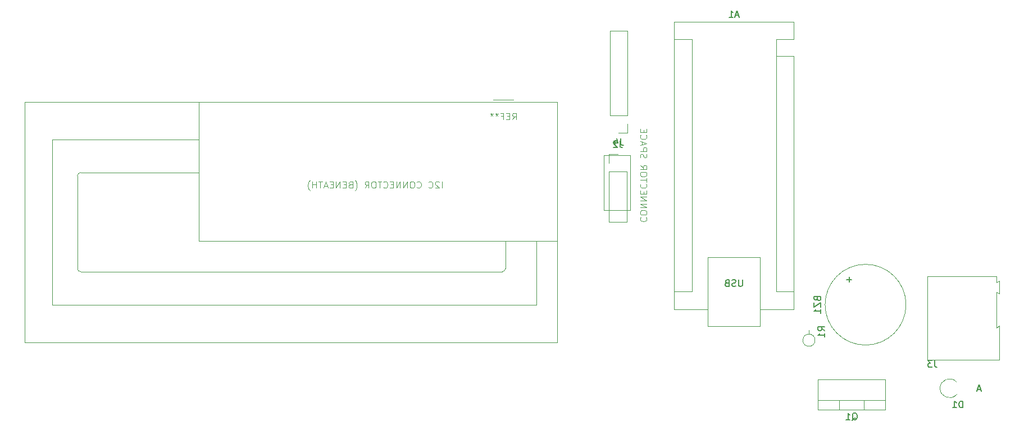
<source format=gbr>
%TF.GenerationSoftware,KiCad,Pcbnew,7.0.7-7.0.7~ubuntu22.04.1*%
%TF.CreationDate,2023-09-29T12:11:11-06:00*%
%TF.ProjectId,ph_meter,70685f6d-6574-4657-922e-6b696361645f,1.3*%
%TF.SameCoordinates,Original*%
%TF.FileFunction,Legend,Bot*%
%TF.FilePolarity,Positive*%
%FSLAX46Y46*%
G04 Gerber Fmt 4.6, Leading zero omitted, Abs format (unit mm)*
G04 Created by KiCad (PCBNEW 7.0.7-7.0.7~ubuntu22.04.1) date 2023-09-29 12:11:11*
%MOMM*%
%LPD*%
G01*
G04 APERTURE LIST*
%ADD10C,0.150000*%
%ADD11C,0.100000*%
%ADD12C,0.120000*%
G04 APERTURE END LIST*
D10*
X183504819Y-113553333D02*
X183028628Y-113220000D01*
X183504819Y-112981905D02*
X182504819Y-112981905D01*
X182504819Y-112981905D02*
X182504819Y-113362857D01*
X182504819Y-113362857D02*
X182552438Y-113458095D01*
X182552438Y-113458095D02*
X182600057Y-113505714D01*
X182600057Y-113505714D02*
X182695295Y-113553333D01*
X182695295Y-113553333D02*
X182838152Y-113553333D01*
X182838152Y-113553333D02*
X182933390Y-113505714D01*
X182933390Y-113505714D02*
X182981009Y-113458095D01*
X182981009Y-113458095D02*
X183028628Y-113362857D01*
X183028628Y-113362857D02*
X183028628Y-112981905D01*
X183504819Y-114505714D02*
X183504819Y-113934286D01*
X183504819Y-114220000D02*
X182504819Y-114220000D01*
X182504819Y-114220000D02*
X182647676Y-114124762D01*
X182647676Y-114124762D02*
X182742914Y-114029524D01*
X182742914Y-114029524D02*
X182790533Y-113934286D01*
X152783333Y-84544819D02*
X152783333Y-85259104D01*
X152783333Y-85259104D02*
X152830952Y-85401961D01*
X152830952Y-85401961D02*
X152926190Y-85497200D01*
X152926190Y-85497200D02*
X153069047Y-85544819D01*
X153069047Y-85544819D02*
X153164285Y-85544819D01*
X151878571Y-84878152D02*
X151878571Y-85544819D01*
X152116666Y-84497200D02*
X152354761Y-85211485D01*
X152354761Y-85211485D02*
X151735714Y-85211485D01*
X170544285Y-65919104D02*
X170068095Y-65919104D01*
X170639523Y-66204819D02*
X170306190Y-65204819D01*
X170306190Y-65204819D02*
X169972857Y-66204819D01*
X169115714Y-66204819D02*
X169687142Y-66204819D01*
X169401428Y-66204819D02*
X169401428Y-65204819D01*
X169401428Y-65204819D02*
X169496666Y-65347676D01*
X169496666Y-65347676D02*
X169591904Y-65442914D01*
X169591904Y-65442914D02*
X169687142Y-65490533D01*
X171091904Y-105844819D02*
X171091904Y-106654342D01*
X171091904Y-106654342D02*
X171044285Y-106749580D01*
X171044285Y-106749580D02*
X170996666Y-106797200D01*
X170996666Y-106797200D02*
X170901428Y-106844819D01*
X170901428Y-106844819D02*
X170710952Y-106844819D01*
X170710952Y-106844819D02*
X170615714Y-106797200D01*
X170615714Y-106797200D02*
X170568095Y-106749580D01*
X170568095Y-106749580D02*
X170520476Y-106654342D01*
X170520476Y-106654342D02*
X170520476Y-105844819D01*
X170091904Y-106797200D02*
X169949047Y-106844819D01*
X169949047Y-106844819D02*
X169710952Y-106844819D01*
X169710952Y-106844819D02*
X169615714Y-106797200D01*
X169615714Y-106797200D02*
X169568095Y-106749580D01*
X169568095Y-106749580D02*
X169520476Y-106654342D01*
X169520476Y-106654342D02*
X169520476Y-106559104D01*
X169520476Y-106559104D02*
X169568095Y-106463866D01*
X169568095Y-106463866D02*
X169615714Y-106416247D01*
X169615714Y-106416247D02*
X169710952Y-106368628D01*
X169710952Y-106368628D02*
X169901428Y-106321009D01*
X169901428Y-106321009D02*
X169996666Y-106273390D01*
X169996666Y-106273390D02*
X170044285Y-106225771D01*
X170044285Y-106225771D02*
X170091904Y-106130533D01*
X170091904Y-106130533D02*
X170091904Y-106035295D01*
X170091904Y-106035295D02*
X170044285Y-105940057D01*
X170044285Y-105940057D02*
X169996666Y-105892438D01*
X169996666Y-105892438D02*
X169901428Y-105844819D01*
X169901428Y-105844819D02*
X169663333Y-105844819D01*
X169663333Y-105844819D02*
X169520476Y-105892438D01*
X168758571Y-106321009D02*
X168615714Y-106368628D01*
X168615714Y-106368628D02*
X168568095Y-106416247D01*
X168568095Y-106416247D02*
X168520476Y-106511485D01*
X168520476Y-106511485D02*
X168520476Y-106654342D01*
X168520476Y-106654342D02*
X168568095Y-106749580D01*
X168568095Y-106749580D02*
X168615714Y-106797200D01*
X168615714Y-106797200D02*
X168710952Y-106844819D01*
X168710952Y-106844819D02*
X169091904Y-106844819D01*
X169091904Y-106844819D02*
X169091904Y-105844819D01*
X169091904Y-105844819D02*
X168758571Y-105844819D01*
X168758571Y-105844819D02*
X168663333Y-105892438D01*
X168663333Y-105892438D02*
X168615714Y-105940057D01*
X168615714Y-105940057D02*
X168568095Y-106035295D01*
X168568095Y-106035295D02*
X168568095Y-106130533D01*
X168568095Y-106130533D02*
X168615714Y-106225771D01*
X168615714Y-106225771D02*
X168663333Y-106273390D01*
X168663333Y-106273390D02*
X168758571Y-106321009D01*
X168758571Y-106321009D02*
X169091904Y-106321009D01*
X204318094Y-125174819D02*
X204318094Y-124174819D01*
X204318094Y-124174819D02*
X204079999Y-124174819D01*
X204079999Y-124174819D02*
X203937142Y-124222438D01*
X203937142Y-124222438D02*
X203841904Y-124317676D01*
X203841904Y-124317676D02*
X203794285Y-124412914D01*
X203794285Y-124412914D02*
X203746666Y-124603390D01*
X203746666Y-124603390D02*
X203746666Y-124746247D01*
X203746666Y-124746247D02*
X203794285Y-124936723D01*
X203794285Y-124936723D02*
X203841904Y-125031961D01*
X203841904Y-125031961D02*
X203937142Y-125127200D01*
X203937142Y-125127200D02*
X204079999Y-125174819D01*
X204079999Y-125174819D02*
X204318094Y-125174819D01*
X202794285Y-125174819D02*
X203365713Y-125174819D01*
X203079999Y-125174819D02*
X203079999Y-124174819D01*
X203079999Y-124174819D02*
X203175237Y-124317676D01*
X203175237Y-124317676D02*
X203270475Y-124412914D01*
X203270475Y-124412914D02*
X203365713Y-124460533D01*
X206988094Y-122419104D02*
X206511904Y-122419104D01*
X207083332Y-122704819D02*
X206749999Y-121704819D01*
X206749999Y-121704819D02*
X206416666Y-122704819D01*
X152658333Y-84884819D02*
X152658333Y-85599104D01*
X152658333Y-85599104D02*
X152705952Y-85741961D01*
X152705952Y-85741961D02*
X152801190Y-85837200D01*
X152801190Y-85837200D02*
X152944047Y-85884819D01*
X152944047Y-85884819D02*
X153039285Y-85884819D01*
X152229761Y-84980057D02*
X152182142Y-84932438D01*
X152182142Y-84932438D02*
X152086904Y-84884819D01*
X152086904Y-84884819D02*
X151848809Y-84884819D01*
X151848809Y-84884819D02*
X151753571Y-84932438D01*
X151753571Y-84932438D02*
X151705952Y-84980057D01*
X151705952Y-84980057D02*
X151658333Y-85075295D01*
X151658333Y-85075295D02*
X151658333Y-85170533D01*
X151658333Y-85170533D02*
X151705952Y-85313390D01*
X151705952Y-85313390D02*
X152277380Y-85884819D01*
X152277380Y-85884819D02*
X151658333Y-85884819D01*
X182389649Y-108739047D02*
X182437268Y-108881904D01*
X182437268Y-108881904D02*
X182484887Y-108929523D01*
X182484887Y-108929523D02*
X182580125Y-108977142D01*
X182580125Y-108977142D02*
X182722982Y-108977142D01*
X182722982Y-108977142D02*
X182818220Y-108929523D01*
X182818220Y-108929523D02*
X182865840Y-108881904D01*
X182865840Y-108881904D02*
X182913459Y-108786666D01*
X182913459Y-108786666D02*
X182913459Y-108405714D01*
X182913459Y-108405714D02*
X181913459Y-108405714D01*
X181913459Y-108405714D02*
X181913459Y-108739047D01*
X181913459Y-108739047D02*
X181961078Y-108834285D01*
X181961078Y-108834285D02*
X182008697Y-108881904D01*
X182008697Y-108881904D02*
X182103935Y-108929523D01*
X182103935Y-108929523D02*
X182199173Y-108929523D01*
X182199173Y-108929523D02*
X182294411Y-108881904D01*
X182294411Y-108881904D02*
X182342030Y-108834285D01*
X182342030Y-108834285D02*
X182389649Y-108739047D01*
X182389649Y-108739047D02*
X182389649Y-108405714D01*
X181913459Y-109310476D02*
X181913459Y-109977142D01*
X181913459Y-109977142D02*
X182913459Y-109310476D01*
X182913459Y-109310476D02*
X182913459Y-109977142D01*
X182913459Y-110881904D02*
X182913459Y-110310476D01*
X182913459Y-110596190D02*
X181913459Y-110596190D01*
X181913459Y-110596190D02*
X182056316Y-110500952D01*
X182056316Y-110500952D02*
X182151554Y-110405714D01*
X182151554Y-110405714D02*
X182199173Y-110310476D01*
X187192506Y-105429048D02*
X187192506Y-106190953D01*
X187573459Y-105810000D02*
X186811554Y-105810000D01*
X200071973Y-118064819D02*
X200071973Y-118779104D01*
X200071973Y-118779104D02*
X200119592Y-118921961D01*
X200119592Y-118921961D02*
X200214830Y-119017200D01*
X200214830Y-119017200D02*
X200357687Y-119064819D01*
X200357687Y-119064819D02*
X200452925Y-119064819D01*
X199691020Y-118064819D02*
X199071973Y-118064819D01*
X199071973Y-118064819D02*
X199405306Y-118445771D01*
X199405306Y-118445771D02*
X199262449Y-118445771D01*
X199262449Y-118445771D02*
X199167211Y-118493390D01*
X199167211Y-118493390D02*
X199119592Y-118541009D01*
X199119592Y-118541009D02*
X199071973Y-118636247D01*
X199071973Y-118636247D02*
X199071973Y-118874342D01*
X199071973Y-118874342D02*
X199119592Y-118969580D01*
X199119592Y-118969580D02*
X199167211Y-119017200D01*
X199167211Y-119017200D02*
X199262449Y-119064819D01*
X199262449Y-119064819D02*
X199548163Y-119064819D01*
X199548163Y-119064819D02*
X199643401Y-119017200D01*
X199643401Y-119017200D02*
X199691020Y-118969580D01*
D11*
X136408333Y-81657419D02*
X136741666Y-81181228D01*
X136979761Y-81657419D02*
X136979761Y-80657419D01*
X136979761Y-80657419D02*
X136598809Y-80657419D01*
X136598809Y-80657419D02*
X136503571Y-80705038D01*
X136503571Y-80705038D02*
X136455952Y-80752657D01*
X136455952Y-80752657D02*
X136408333Y-80847895D01*
X136408333Y-80847895D02*
X136408333Y-80990752D01*
X136408333Y-80990752D02*
X136455952Y-81085990D01*
X136455952Y-81085990D02*
X136503571Y-81133609D01*
X136503571Y-81133609D02*
X136598809Y-81181228D01*
X136598809Y-81181228D02*
X136979761Y-81181228D01*
X135979761Y-81133609D02*
X135646428Y-81133609D01*
X135503571Y-81657419D02*
X135979761Y-81657419D01*
X135979761Y-81657419D02*
X135979761Y-80657419D01*
X135979761Y-80657419D02*
X135503571Y-80657419D01*
X134741666Y-81133609D02*
X135074999Y-81133609D01*
X135074999Y-81657419D02*
X135074999Y-80657419D01*
X135074999Y-80657419D02*
X134598809Y-80657419D01*
X134074999Y-80657419D02*
X134074999Y-80895514D01*
X134313094Y-80800276D02*
X134074999Y-80895514D01*
X134074999Y-80895514D02*
X133836904Y-80800276D01*
X134217856Y-81085990D02*
X134074999Y-80895514D01*
X134074999Y-80895514D02*
X133932142Y-81085990D01*
X133313094Y-80657419D02*
X133313094Y-80895514D01*
X133551189Y-80800276D02*
X133313094Y-80895514D01*
X133313094Y-80895514D02*
X133074999Y-80800276D01*
X133455951Y-81085990D02*
X133313094Y-80895514D01*
X133313094Y-80895514D02*
X133170237Y-81085990D01*
X155770219Y-96420287D02*
X155722600Y-96467906D01*
X155722600Y-96467906D02*
X155674980Y-96610763D01*
X155674980Y-96610763D02*
X155674980Y-96706001D01*
X155674980Y-96706001D02*
X155722600Y-96848858D01*
X155722600Y-96848858D02*
X155817838Y-96944096D01*
X155817838Y-96944096D02*
X155913076Y-96991715D01*
X155913076Y-96991715D02*
X156103552Y-97039334D01*
X156103552Y-97039334D02*
X156246409Y-97039334D01*
X156246409Y-97039334D02*
X156436885Y-96991715D01*
X156436885Y-96991715D02*
X156532123Y-96944096D01*
X156532123Y-96944096D02*
X156627361Y-96848858D01*
X156627361Y-96848858D02*
X156674980Y-96706001D01*
X156674980Y-96706001D02*
X156674980Y-96610763D01*
X156674980Y-96610763D02*
X156627361Y-96467906D01*
X156627361Y-96467906D02*
X156579742Y-96420287D01*
X156674980Y-95801239D02*
X156674980Y-95610763D01*
X156674980Y-95610763D02*
X156627361Y-95515525D01*
X156627361Y-95515525D02*
X156532123Y-95420287D01*
X156532123Y-95420287D02*
X156341647Y-95372668D01*
X156341647Y-95372668D02*
X156008314Y-95372668D01*
X156008314Y-95372668D02*
X155817838Y-95420287D01*
X155817838Y-95420287D02*
X155722600Y-95515525D01*
X155722600Y-95515525D02*
X155674980Y-95610763D01*
X155674980Y-95610763D02*
X155674980Y-95801239D01*
X155674980Y-95801239D02*
X155722600Y-95896477D01*
X155722600Y-95896477D02*
X155817838Y-95991715D01*
X155817838Y-95991715D02*
X156008314Y-96039334D01*
X156008314Y-96039334D02*
X156341647Y-96039334D01*
X156341647Y-96039334D02*
X156532123Y-95991715D01*
X156532123Y-95991715D02*
X156627361Y-95896477D01*
X156627361Y-95896477D02*
X156674980Y-95801239D01*
X155674980Y-94944096D02*
X156674980Y-94944096D01*
X156674980Y-94944096D02*
X155674980Y-94372668D01*
X155674980Y-94372668D02*
X156674980Y-94372668D01*
X155674980Y-93896477D02*
X156674980Y-93896477D01*
X156674980Y-93896477D02*
X155674980Y-93325049D01*
X155674980Y-93325049D02*
X156674980Y-93325049D01*
X156198790Y-92848858D02*
X156198790Y-92515525D01*
X155674980Y-92372668D02*
X155674980Y-92848858D01*
X155674980Y-92848858D02*
X156674980Y-92848858D01*
X156674980Y-92848858D02*
X156674980Y-92372668D01*
X155770219Y-91372668D02*
X155722600Y-91420287D01*
X155722600Y-91420287D02*
X155674980Y-91563144D01*
X155674980Y-91563144D02*
X155674980Y-91658382D01*
X155674980Y-91658382D02*
X155722600Y-91801239D01*
X155722600Y-91801239D02*
X155817838Y-91896477D01*
X155817838Y-91896477D02*
X155913076Y-91944096D01*
X155913076Y-91944096D02*
X156103552Y-91991715D01*
X156103552Y-91991715D02*
X156246409Y-91991715D01*
X156246409Y-91991715D02*
X156436885Y-91944096D01*
X156436885Y-91944096D02*
X156532123Y-91896477D01*
X156532123Y-91896477D02*
X156627361Y-91801239D01*
X156627361Y-91801239D02*
X156674980Y-91658382D01*
X156674980Y-91658382D02*
X156674980Y-91563144D01*
X156674980Y-91563144D02*
X156627361Y-91420287D01*
X156627361Y-91420287D02*
X156579742Y-91372668D01*
X156674980Y-91086953D02*
X156674980Y-90515525D01*
X155674980Y-90801239D02*
X156674980Y-90801239D01*
X156674980Y-89991715D02*
X156674980Y-89801239D01*
X156674980Y-89801239D02*
X156627361Y-89706001D01*
X156627361Y-89706001D02*
X156532123Y-89610763D01*
X156532123Y-89610763D02*
X156341647Y-89563144D01*
X156341647Y-89563144D02*
X156008314Y-89563144D01*
X156008314Y-89563144D02*
X155817838Y-89610763D01*
X155817838Y-89610763D02*
X155722600Y-89706001D01*
X155722600Y-89706001D02*
X155674980Y-89801239D01*
X155674980Y-89801239D02*
X155674980Y-89991715D01*
X155674980Y-89991715D02*
X155722600Y-90086953D01*
X155722600Y-90086953D02*
X155817838Y-90182191D01*
X155817838Y-90182191D02*
X156008314Y-90229810D01*
X156008314Y-90229810D02*
X156341647Y-90229810D01*
X156341647Y-90229810D02*
X156532123Y-90182191D01*
X156532123Y-90182191D02*
X156627361Y-90086953D01*
X156627361Y-90086953D02*
X156674980Y-89991715D01*
X155674980Y-88563144D02*
X156151171Y-88896477D01*
X155674980Y-89134572D02*
X156674980Y-89134572D01*
X156674980Y-89134572D02*
X156674980Y-88753620D01*
X156674980Y-88753620D02*
X156627361Y-88658382D01*
X156627361Y-88658382D02*
X156579742Y-88610763D01*
X156579742Y-88610763D02*
X156484504Y-88563144D01*
X156484504Y-88563144D02*
X156341647Y-88563144D01*
X156341647Y-88563144D02*
X156246409Y-88610763D01*
X156246409Y-88610763D02*
X156198790Y-88658382D01*
X156198790Y-88658382D02*
X156151171Y-88753620D01*
X156151171Y-88753620D02*
X156151171Y-89134572D01*
X155722600Y-87420286D02*
X155674980Y-87277429D01*
X155674980Y-87277429D02*
X155674980Y-87039334D01*
X155674980Y-87039334D02*
X155722600Y-86944096D01*
X155722600Y-86944096D02*
X155770219Y-86896477D01*
X155770219Y-86896477D02*
X155865457Y-86848858D01*
X155865457Y-86848858D02*
X155960695Y-86848858D01*
X155960695Y-86848858D02*
X156055933Y-86896477D01*
X156055933Y-86896477D02*
X156103552Y-86944096D01*
X156103552Y-86944096D02*
X156151171Y-87039334D01*
X156151171Y-87039334D02*
X156198790Y-87229810D01*
X156198790Y-87229810D02*
X156246409Y-87325048D01*
X156246409Y-87325048D02*
X156294028Y-87372667D01*
X156294028Y-87372667D02*
X156389266Y-87420286D01*
X156389266Y-87420286D02*
X156484504Y-87420286D01*
X156484504Y-87420286D02*
X156579742Y-87372667D01*
X156579742Y-87372667D02*
X156627361Y-87325048D01*
X156627361Y-87325048D02*
X156674980Y-87229810D01*
X156674980Y-87229810D02*
X156674980Y-86991715D01*
X156674980Y-86991715D02*
X156627361Y-86848858D01*
X155674980Y-86420286D02*
X156674980Y-86420286D01*
X156674980Y-86420286D02*
X156674980Y-86039334D01*
X156674980Y-86039334D02*
X156627361Y-85944096D01*
X156627361Y-85944096D02*
X156579742Y-85896477D01*
X156579742Y-85896477D02*
X156484504Y-85848858D01*
X156484504Y-85848858D02*
X156341647Y-85848858D01*
X156341647Y-85848858D02*
X156246409Y-85896477D01*
X156246409Y-85896477D02*
X156198790Y-85944096D01*
X156198790Y-85944096D02*
X156151171Y-86039334D01*
X156151171Y-86039334D02*
X156151171Y-86420286D01*
X155960695Y-85467905D02*
X155960695Y-84991715D01*
X155674980Y-85563143D02*
X156674980Y-85229810D01*
X156674980Y-85229810D02*
X155674980Y-84896477D01*
X155770219Y-83991715D02*
X155722600Y-84039334D01*
X155722600Y-84039334D02*
X155674980Y-84182191D01*
X155674980Y-84182191D02*
X155674980Y-84277429D01*
X155674980Y-84277429D02*
X155722600Y-84420286D01*
X155722600Y-84420286D02*
X155817838Y-84515524D01*
X155817838Y-84515524D02*
X155913076Y-84563143D01*
X155913076Y-84563143D02*
X156103552Y-84610762D01*
X156103552Y-84610762D02*
X156246409Y-84610762D01*
X156246409Y-84610762D02*
X156436885Y-84563143D01*
X156436885Y-84563143D02*
X156532123Y-84515524D01*
X156532123Y-84515524D02*
X156627361Y-84420286D01*
X156627361Y-84420286D02*
X156674980Y-84277429D01*
X156674980Y-84277429D02*
X156674980Y-84182191D01*
X156674980Y-84182191D02*
X156627361Y-84039334D01*
X156627361Y-84039334D02*
X156579742Y-83991715D01*
X156198790Y-83563143D02*
X156198790Y-83229810D01*
X155674980Y-83086953D02*
X155674980Y-83563143D01*
X155674980Y-83563143D02*
X156674980Y-83563143D01*
X156674980Y-83563143D02*
X156674980Y-83086953D01*
X125804915Y-91986419D02*
X125804915Y-90986419D01*
X125376344Y-91081657D02*
X125328725Y-91034038D01*
X125328725Y-91034038D02*
X125233487Y-90986419D01*
X125233487Y-90986419D02*
X124995392Y-90986419D01*
X124995392Y-90986419D02*
X124900154Y-91034038D01*
X124900154Y-91034038D02*
X124852535Y-91081657D01*
X124852535Y-91081657D02*
X124804916Y-91176895D01*
X124804916Y-91176895D02*
X124804916Y-91272133D01*
X124804916Y-91272133D02*
X124852535Y-91414990D01*
X124852535Y-91414990D02*
X125423963Y-91986419D01*
X125423963Y-91986419D02*
X124804916Y-91986419D01*
X123804916Y-91891180D02*
X123852535Y-91938800D01*
X123852535Y-91938800D02*
X123995392Y-91986419D01*
X123995392Y-91986419D02*
X124090630Y-91986419D01*
X124090630Y-91986419D02*
X124233487Y-91938800D01*
X124233487Y-91938800D02*
X124328725Y-91843561D01*
X124328725Y-91843561D02*
X124376344Y-91748323D01*
X124376344Y-91748323D02*
X124423963Y-91557847D01*
X124423963Y-91557847D02*
X124423963Y-91414990D01*
X124423963Y-91414990D02*
X124376344Y-91224514D01*
X124376344Y-91224514D02*
X124328725Y-91129276D01*
X124328725Y-91129276D02*
X124233487Y-91034038D01*
X124233487Y-91034038D02*
X124090630Y-90986419D01*
X124090630Y-90986419D02*
X123995392Y-90986419D01*
X123995392Y-90986419D02*
X123852535Y-91034038D01*
X123852535Y-91034038D02*
X123804916Y-91081657D01*
X122043011Y-91891180D02*
X122090630Y-91938800D01*
X122090630Y-91938800D02*
X122233487Y-91986419D01*
X122233487Y-91986419D02*
X122328725Y-91986419D01*
X122328725Y-91986419D02*
X122471582Y-91938800D01*
X122471582Y-91938800D02*
X122566820Y-91843561D01*
X122566820Y-91843561D02*
X122614439Y-91748323D01*
X122614439Y-91748323D02*
X122662058Y-91557847D01*
X122662058Y-91557847D02*
X122662058Y-91414990D01*
X122662058Y-91414990D02*
X122614439Y-91224514D01*
X122614439Y-91224514D02*
X122566820Y-91129276D01*
X122566820Y-91129276D02*
X122471582Y-91034038D01*
X122471582Y-91034038D02*
X122328725Y-90986419D01*
X122328725Y-90986419D02*
X122233487Y-90986419D01*
X122233487Y-90986419D02*
X122090630Y-91034038D01*
X122090630Y-91034038D02*
X122043011Y-91081657D01*
X121423963Y-90986419D02*
X121233487Y-90986419D01*
X121233487Y-90986419D02*
X121138249Y-91034038D01*
X121138249Y-91034038D02*
X121043011Y-91129276D01*
X121043011Y-91129276D02*
X120995392Y-91319752D01*
X120995392Y-91319752D02*
X120995392Y-91653085D01*
X120995392Y-91653085D02*
X121043011Y-91843561D01*
X121043011Y-91843561D02*
X121138249Y-91938800D01*
X121138249Y-91938800D02*
X121233487Y-91986419D01*
X121233487Y-91986419D02*
X121423963Y-91986419D01*
X121423963Y-91986419D02*
X121519201Y-91938800D01*
X121519201Y-91938800D02*
X121614439Y-91843561D01*
X121614439Y-91843561D02*
X121662058Y-91653085D01*
X121662058Y-91653085D02*
X121662058Y-91319752D01*
X121662058Y-91319752D02*
X121614439Y-91129276D01*
X121614439Y-91129276D02*
X121519201Y-91034038D01*
X121519201Y-91034038D02*
X121423963Y-90986419D01*
X120566820Y-91986419D02*
X120566820Y-90986419D01*
X120566820Y-90986419D02*
X119995392Y-91986419D01*
X119995392Y-91986419D02*
X119995392Y-90986419D01*
X119519201Y-91986419D02*
X119519201Y-90986419D01*
X119519201Y-90986419D02*
X118947773Y-91986419D01*
X118947773Y-91986419D02*
X118947773Y-90986419D01*
X118471582Y-91462609D02*
X118138249Y-91462609D01*
X117995392Y-91986419D02*
X118471582Y-91986419D01*
X118471582Y-91986419D02*
X118471582Y-90986419D01*
X118471582Y-90986419D02*
X117995392Y-90986419D01*
X116995392Y-91891180D02*
X117043011Y-91938800D01*
X117043011Y-91938800D02*
X117185868Y-91986419D01*
X117185868Y-91986419D02*
X117281106Y-91986419D01*
X117281106Y-91986419D02*
X117423963Y-91938800D01*
X117423963Y-91938800D02*
X117519201Y-91843561D01*
X117519201Y-91843561D02*
X117566820Y-91748323D01*
X117566820Y-91748323D02*
X117614439Y-91557847D01*
X117614439Y-91557847D02*
X117614439Y-91414990D01*
X117614439Y-91414990D02*
X117566820Y-91224514D01*
X117566820Y-91224514D02*
X117519201Y-91129276D01*
X117519201Y-91129276D02*
X117423963Y-91034038D01*
X117423963Y-91034038D02*
X117281106Y-90986419D01*
X117281106Y-90986419D02*
X117185868Y-90986419D01*
X117185868Y-90986419D02*
X117043011Y-91034038D01*
X117043011Y-91034038D02*
X116995392Y-91081657D01*
X116709677Y-90986419D02*
X116138249Y-90986419D01*
X116423963Y-91986419D02*
X116423963Y-90986419D01*
X115614439Y-90986419D02*
X115423963Y-90986419D01*
X115423963Y-90986419D02*
X115328725Y-91034038D01*
X115328725Y-91034038D02*
X115233487Y-91129276D01*
X115233487Y-91129276D02*
X115185868Y-91319752D01*
X115185868Y-91319752D02*
X115185868Y-91653085D01*
X115185868Y-91653085D02*
X115233487Y-91843561D01*
X115233487Y-91843561D02*
X115328725Y-91938800D01*
X115328725Y-91938800D02*
X115423963Y-91986419D01*
X115423963Y-91986419D02*
X115614439Y-91986419D01*
X115614439Y-91986419D02*
X115709677Y-91938800D01*
X115709677Y-91938800D02*
X115804915Y-91843561D01*
X115804915Y-91843561D02*
X115852534Y-91653085D01*
X115852534Y-91653085D02*
X115852534Y-91319752D01*
X115852534Y-91319752D02*
X115804915Y-91129276D01*
X115804915Y-91129276D02*
X115709677Y-91034038D01*
X115709677Y-91034038D02*
X115614439Y-90986419D01*
X114185868Y-91986419D02*
X114519201Y-91510228D01*
X114757296Y-91986419D02*
X114757296Y-90986419D01*
X114757296Y-90986419D02*
X114376344Y-90986419D01*
X114376344Y-90986419D02*
X114281106Y-91034038D01*
X114281106Y-91034038D02*
X114233487Y-91081657D01*
X114233487Y-91081657D02*
X114185868Y-91176895D01*
X114185868Y-91176895D02*
X114185868Y-91319752D01*
X114185868Y-91319752D02*
X114233487Y-91414990D01*
X114233487Y-91414990D02*
X114281106Y-91462609D01*
X114281106Y-91462609D02*
X114376344Y-91510228D01*
X114376344Y-91510228D02*
X114757296Y-91510228D01*
X112709677Y-92367371D02*
X112757296Y-92319752D01*
X112757296Y-92319752D02*
X112852534Y-92176895D01*
X112852534Y-92176895D02*
X112900153Y-92081657D01*
X112900153Y-92081657D02*
X112947772Y-91938800D01*
X112947772Y-91938800D02*
X112995391Y-91700704D01*
X112995391Y-91700704D02*
X112995391Y-91510228D01*
X112995391Y-91510228D02*
X112947772Y-91272133D01*
X112947772Y-91272133D02*
X112900153Y-91129276D01*
X112900153Y-91129276D02*
X112852534Y-91034038D01*
X112852534Y-91034038D02*
X112757296Y-90891180D01*
X112757296Y-90891180D02*
X112709677Y-90843561D01*
X111995391Y-91462609D02*
X111852534Y-91510228D01*
X111852534Y-91510228D02*
X111804915Y-91557847D01*
X111804915Y-91557847D02*
X111757296Y-91653085D01*
X111757296Y-91653085D02*
X111757296Y-91795942D01*
X111757296Y-91795942D02*
X111804915Y-91891180D01*
X111804915Y-91891180D02*
X111852534Y-91938800D01*
X111852534Y-91938800D02*
X111947772Y-91986419D01*
X111947772Y-91986419D02*
X112328724Y-91986419D01*
X112328724Y-91986419D02*
X112328724Y-90986419D01*
X112328724Y-90986419D02*
X111995391Y-90986419D01*
X111995391Y-90986419D02*
X111900153Y-91034038D01*
X111900153Y-91034038D02*
X111852534Y-91081657D01*
X111852534Y-91081657D02*
X111804915Y-91176895D01*
X111804915Y-91176895D02*
X111804915Y-91272133D01*
X111804915Y-91272133D02*
X111852534Y-91367371D01*
X111852534Y-91367371D02*
X111900153Y-91414990D01*
X111900153Y-91414990D02*
X111995391Y-91462609D01*
X111995391Y-91462609D02*
X112328724Y-91462609D01*
X111328724Y-91462609D02*
X110995391Y-91462609D01*
X110852534Y-91986419D02*
X111328724Y-91986419D01*
X111328724Y-91986419D02*
X111328724Y-90986419D01*
X111328724Y-90986419D02*
X110852534Y-90986419D01*
X110423962Y-91986419D02*
X110423962Y-90986419D01*
X110423962Y-90986419D02*
X109852534Y-91986419D01*
X109852534Y-91986419D02*
X109852534Y-90986419D01*
X109376343Y-91462609D02*
X109043010Y-91462609D01*
X108900153Y-91986419D02*
X109376343Y-91986419D01*
X109376343Y-91986419D02*
X109376343Y-90986419D01*
X109376343Y-90986419D02*
X108900153Y-90986419D01*
X108519200Y-91700704D02*
X108043010Y-91700704D01*
X108614438Y-91986419D02*
X108281105Y-90986419D01*
X108281105Y-90986419D02*
X107947772Y-91986419D01*
X107757295Y-90986419D02*
X107185867Y-90986419D01*
X107471581Y-91986419D02*
X107471581Y-90986419D01*
X106852533Y-91986419D02*
X106852533Y-90986419D01*
X106852533Y-91462609D02*
X106281105Y-91462609D01*
X106281105Y-91986419D02*
X106281105Y-90986419D01*
X105900152Y-92367371D02*
X105852533Y-92319752D01*
X105852533Y-92319752D02*
X105757295Y-92176895D01*
X105757295Y-92176895D02*
X105709676Y-92081657D01*
X105709676Y-92081657D02*
X105662057Y-91938800D01*
X105662057Y-91938800D02*
X105614438Y-91700704D01*
X105614438Y-91700704D02*
X105614438Y-91510228D01*
X105614438Y-91510228D02*
X105662057Y-91272133D01*
X105662057Y-91272133D02*
X105709676Y-91129276D01*
X105709676Y-91129276D02*
X105757295Y-91034038D01*
X105757295Y-91034038D02*
X105852533Y-90891180D01*
X105852533Y-90891180D02*
X105900152Y-90843561D01*
D10*
X187645238Y-127075057D02*
X187740476Y-127027438D01*
X187740476Y-127027438D02*
X187835714Y-126932200D01*
X187835714Y-126932200D02*
X187978571Y-126789342D01*
X187978571Y-126789342D02*
X188073809Y-126741723D01*
X188073809Y-126741723D02*
X188169047Y-126741723D01*
X188121428Y-126979819D02*
X188216666Y-126932200D01*
X188216666Y-126932200D02*
X188311904Y-126836961D01*
X188311904Y-126836961D02*
X188359523Y-126646485D01*
X188359523Y-126646485D02*
X188359523Y-126313152D01*
X188359523Y-126313152D02*
X188311904Y-126122676D01*
X188311904Y-126122676D02*
X188216666Y-126027438D01*
X188216666Y-126027438D02*
X188121428Y-125979819D01*
X188121428Y-125979819D02*
X187930952Y-125979819D01*
X187930952Y-125979819D02*
X187835714Y-126027438D01*
X187835714Y-126027438D02*
X187740476Y-126122676D01*
X187740476Y-126122676D02*
X187692857Y-126313152D01*
X187692857Y-126313152D02*
X187692857Y-126646485D01*
X187692857Y-126646485D02*
X187740476Y-126836961D01*
X187740476Y-126836961D02*
X187835714Y-126932200D01*
X187835714Y-126932200D02*
X187930952Y-126979819D01*
X187930952Y-126979819D02*
X188121428Y-126979819D01*
X186740476Y-126979819D02*
X187311904Y-126979819D01*
X187026190Y-126979819D02*
X187026190Y-125979819D01*
X187026190Y-125979819D02*
X187121428Y-126122676D01*
X187121428Y-126122676D02*
X187216666Y-126217914D01*
X187216666Y-126217914D02*
X187311904Y-126265533D01*
D12*
%TO.C,R1*%
X181130000Y-114070000D02*
X181130000Y-113450000D01*
X182050000Y-114990000D02*
G75*
G03*
X182050000Y-114990000I-920000J0D01*
G01*
%TO.C,J4*%
X151120000Y-68290000D02*
X153780000Y-68290000D01*
X151120000Y-81050000D02*
X151120000Y-68290000D01*
X151120000Y-81050000D02*
X153780000Y-81050000D01*
X152450000Y-83650000D02*
X153780000Y-83650000D01*
X153780000Y-81050000D02*
X153780000Y-68290000D01*
X153780000Y-83650000D02*
X153780000Y-82320000D01*
%TO.C,A1*%
X178850000Y-110330000D02*
X173770000Y-110330000D01*
X178850000Y-72100000D02*
X178850000Y-110330000D01*
X178850000Y-66890000D02*
X178850000Y-69560000D01*
X176180000Y-107660000D02*
X178850000Y-107660000D01*
X176180000Y-72100000D02*
X178850000Y-72100000D01*
X176180000Y-72100000D02*
X176180000Y-107660000D01*
X176180000Y-72100000D02*
X176180000Y-69560000D01*
X176180000Y-69560000D02*
X178850000Y-69560000D01*
X173770000Y-112870000D02*
X173770000Y-102450000D01*
X173770000Y-102450000D02*
X165890000Y-102450000D01*
X165890000Y-112870000D02*
X173770000Y-112870000D01*
X165890000Y-102450000D02*
X165890000Y-112870000D01*
X163480000Y-107660000D02*
X160810000Y-107660000D01*
X163480000Y-69560000D02*
X163480000Y-107660000D01*
X163480000Y-69560000D02*
X160810000Y-69560000D01*
X160810000Y-110330000D02*
X165890000Y-110330000D01*
X160810000Y-110330000D02*
X160810000Y-66890000D01*
X160810000Y-66890000D02*
X178850000Y-66890000D01*
%TO.C,D1*%
X203363850Y-121281134D02*
G75*
G03*
X203423239Y-123150000I-1053850J-968866D01*
G01*
%TO.C,J2*%
X153655000Y-97150000D02*
X150995000Y-97150000D01*
X153655000Y-89470000D02*
X153655000Y-97150000D01*
X153655000Y-89470000D02*
X150995000Y-89470000D01*
X152325000Y-86870000D02*
X150995000Y-86870000D01*
X150995000Y-89470000D02*
X150995000Y-97150000D01*
X150995000Y-86870000D02*
X150995000Y-88200000D01*
%TO.C,BZ1*%
X195758640Y-109620000D02*
G75*
G03*
X195758640Y-109620000I-6100000J0D01*
G01*
%TO.C,J3*%
X199008640Y-105320000D02*
X209358640Y-105320000D01*
X199008640Y-117920000D02*
X199008640Y-105320000D01*
X209358640Y-105320000D02*
X209358640Y-106270000D01*
X209358640Y-106270000D02*
X209858640Y-106020000D01*
X209358640Y-107720000D02*
X209358640Y-113120000D01*
X209358640Y-113120000D02*
X209858640Y-112820000D01*
X209858640Y-106020000D02*
X209858640Y-107920000D01*
X209858640Y-107920000D02*
X209858640Y-107970000D01*
X209858640Y-107970000D02*
X209358640Y-107720000D01*
X209858640Y-112820000D02*
X209858640Y-117920000D01*
X209858640Y-117920000D02*
X199008640Y-117920000D01*
D11*
%TO.C,REF\u002A\u002A*%
X154201200Y-95339800D02*
X150188000Y-95339800D01*
X154201200Y-87008600D02*
X154201200Y-95339800D01*
X150188000Y-95339800D02*
X150188000Y-87008600D01*
X150188000Y-87008600D02*
X154201200Y-87008600D01*
D12*
X143211600Y-115289200D02*
X62931600Y-115289200D01*
X143211600Y-79009200D02*
X143211600Y-115289200D01*
D11*
X143211600Y-79009200D02*
X143203000Y-100013400D01*
X143211600Y-79009200D02*
X143203000Y-87008600D01*
X143203000Y-100013400D02*
X89202600Y-100013400D01*
X143201600Y-79009200D02*
X143203000Y-85027400D01*
D12*
X143201600Y-79009200D02*
X142411600Y-79009200D01*
D11*
X140071600Y-109649200D02*
X140078800Y-100038800D01*
D12*
X136571600Y-78649200D02*
X133571600Y-78649200D01*
D11*
X135371320Y-104148520D02*
X135379800Y-100013400D01*
X89202600Y-100013400D02*
X89202600Y-89675600D01*
X89202600Y-89675600D02*
X89202600Y-84646400D01*
X89202600Y-89675600D02*
X71371600Y-89649200D01*
X89202600Y-84646400D02*
X89202600Y-79058400D01*
D12*
X71370940Y-104649200D02*
X134871600Y-104649200D01*
X70871600Y-90149200D02*
X70871600Y-104149200D01*
X67071600Y-109649200D02*
X140071600Y-109649200D01*
D11*
X67071600Y-84649200D02*
X89202600Y-84646400D01*
D12*
X67071600Y-84649200D02*
X67071600Y-109649200D01*
X62931600Y-115289200D02*
X62931600Y-79009200D01*
X62931600Y-79009200D02*
X142411600Y-79009200D01*
X134870940Y-104648900D02*
G75*
G03*
X135371320Y-104148520I0J500380D01*
G01*
X70870600Y-104148520D02*
G75*
G03*
X71370940Y-104648900I500400J20D01*
G01*
X71371600Y-89649200D02*
G75*
G03*
X70871600Y-90149200I0J-500000D01*
G01*
%TO.C,Q1*%
X182430000Y-120884000D02*
X192670000Y-120884000D01*
X182430000Y-124015000D02*
X192670000Y-124015000D01*
X182430000Y-125525000D02*
X182430000Y-120884000D01*
X182430000Y-125525000D02*
X192670000Y-125525000D01*
X185700000Y-125525000D02*
X185700000Y-124015000D01*
X189401000Y-125525000D02*
X189401000Y-124015000D01*
X192670000Y-125525000D02*
X192670000Y-120884000D01*
%TD*%
M02*

</source>
